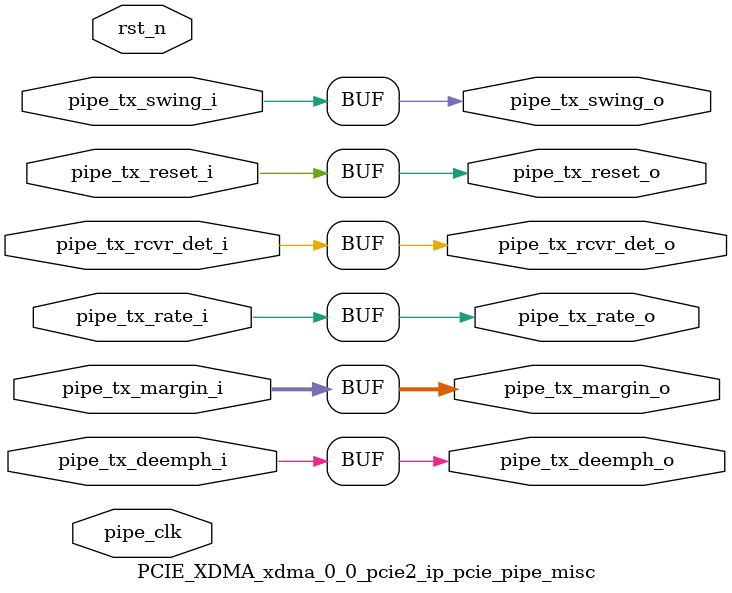
<source format=v>

`timescale 1ps/1ps

(* DowngradeIPIdentifiedWarnings = "yes" *)
module PCIE_XDMA_xdma_0_0_pcie2_ip_pcie_pipe_misc #
(
    parameter        PIPE_PIPELINE_STAGES = 0,    // 0 - 0 stages, 1 - 1 stage, 2 - 2 stages
    parameter TCQ  = 1 // synthesis warning solved: parameter declaration becomes local
)
(

    input   wire        pipe_tx_rcvr_det_i       ,     // PIPE Tx Receiver Detect
    input   wire        pipe_tx_reset_i          ,     // PIPE Tx Reset
    input   wire        pipe_tx_rate_i           ,     // PIPE Tx Rate
    input   wire        pipe_tx_deemph_i         ,     // PIPE Tx Deemphasis
    input   wire [2:0]  pipe_tx_margin_i         ,     // PIPE Tx Margin
    input   wire        pipe_tx_swing_i          ,     // PIPE Tx Swing

    output  wire        pipe_tx_rcvr_det_o       ,     // Pipelined PIPE Tx Receiver Detect
    output  wire        pipe_tx_reset_o          ,     // Pipelined PIPE Tx Reset
    output  wire        pipe_tx_rate_o           ,     // Pipelined PIPE Tx Rate
    output  wire        pipe_tx_deemph_o         ,     // Pipelined PIPE Tx Deemphasis
    output  wire [2:0]  pipe_tx_margin_o         ,     // Pipelined PIPE Tx Margin
    output  wire        pipe_tx_swing_o          ,     // Pipelined PIPE Tx Swing

    input   wire        pipe_clk                ,      // PIPE Clock
    input   wire        rst_n                          // Reset
);

//******************************************************************//
// Reality check.                                                   //
//******************************************************************//

//    parameter TCQ  = 1;      // clock to out delay model

    generate

    if (PIPE_PIPELINE_STAGES == 0) begin : pipe_stages_0

        assign pipe_tx_rcvr_det_o = pipe_tx_rcvr_det_i;
        assign pipe_tx_reset_o  = pipe_tx_reset_i;
        assign pipe_tx_rate_o = pipe_tx_rate_i;
        assign pipe_tx_deemph_o = pipe_tx_deemph_i;
        assign pipe_tx_margin_o = pipe_tx_margin_i;
        assign pipe_tx_swing_o = pipe_tx_swing_i;

    end // if (PIPE_PIPELINE_STAGES == 0)
    else if (PIPE_PIPELINE_STAGES == 1) begin : pipe_stages_1

    reg                pipe_tx_rcvr_det_q       ;
    reg                pipe_tx_reset_q          ;
    reg                pipe_tx_rate_q           ;
    reg                pipe_tx_deemph_q         ;
    reg [2:0]          pipe_tx_margin_q         ;
    reg                pipe_tx_swing_q          ;

        always @(posedge pipe_clk) begin

        if (rst_n)
        begin

            pipe_tx_rcvr_det_q <= #TCQ 0;
            pipe_tx_reset_q  <= #TCQ 1'b1;
            pipe_tx_rate_q <= #TCQ 0;
            pipe_tx_deemph_q <= #TCQ 1'b1;
            pipe_tx_margin_q <= #TCQ 0;
            pipe_tx_swing_q <= #TCQ 0;

        end
        else
        begin

            pipe_tx_rcvr_det_q <= #TCQ pipe_tx_rcvr_det_i;
            pipe_tx_reset_q  <= #TCQ pipe_tx_reset_i;
            pipe_tx_rate_q <= #TCQ pipe_tx_rate_i;
            pipe_tx_deemph_q <= #TCQ pipe_tx_deemph_i;
            pipe_tx_margin_q <= #TCQ pipe_tx_margin_i;
            pipe_tx_swing_q <= #TCQ pipe_tx_swing_i;

          end

        end

        assign pipe_tx_rcvr_det_o = pipe_tx_rcvr_det_q;
        assign pipe_tx_reset_o  = pipe_tx_reset_q;
        assign pipe_tx_rate_o = pipe_tx_rate_q;
        assign pipe_tx_deemph_o = pipe_tx_deemph_q;
        assign pipe_tx_margin_o = pipe_tx_margin_q;
        assign pipe_tx_swing_o = pipe_tx_swing_q;

    end // if (PIPE_PIPELINE_STAGES == 1)
    else if (PIPE_PIPELINE_STAGES == 2) begin : pipe_stages_2

    reg                pipe_tx_rcvr_det_q       ;
    reg                pipe_tx_reset_q          ;
    reg                pipe_tx_rate_q           ;
    reg                pipe_tx_deemph_q         ;
    reg [2:0]          pipe_tx_margin_q         ;
    reg                pipe_tx_swing_q          ;

    reg                pipe_tx_rcvr_det_qq      ;
    reg                pipe_tx_reset_qq         ;
    reg                pipe_tx_rate_qq          ;
    reg                pipe_tx_deemph_qq        ;
    reg [2:0]          pipe_tx_margin_qq        ;
    reg                pipe_tx_swing_qq         ;

        always @(posedge pipe_clk) begin

        if (rst_n)
        begin

            pipe_tx_rcvr_det_q <= #TCQ 0;
            pipe_tx_reset_q  <= #TCQ 1'b1;
            pipe_tx_rate_q <= #TCQ 0;
            pipe_tx_deemph_q <= #TCQ 1'b1;
            pipe_tx_margin_q <= #TCQ 0;
            pipe_tx_swing_q <= #TCQ 0;

            pipe_tx_rcvr_det_qq <= #TCQ 0;
            pipe_tx_reset_qq  <= #TCQ 1'b1;
            pipe_tx_rate_qq <= #TCQ 0;
            pipe_tx_deemph_qq <= #TCQ 1'b1;
            pipe_tx_margin_qq <= #TCQ 0;
            pipe_tx_swing_qq <= #TCQ 0;

        end
        else
        begin

            pipe_tx_rcvr_det_q <= #TCQ pipe_tx_rcvr_det_i;
            pipe_tx_reset_q  <= #TCQ pipe_tx_reset_i;
            pipe_tx_rate_q <= #TCQ pipe_tx_rate_i;
            pipe_tx_deemph_q <= #TCQ pipe_tx_deemph_i;
            pipe_tx_margin_q <= #TCQ pipe_tx_margin_i;
            pipe_tx_swing_q <= #TCQ pipe_tx_swing_i;

            pipe_tx_rcvr_det_qq <= #TCQ pipe_tx_rcvr_det_q;
            pipe_tx_reset_qq  <= #TCQ pipe_tx_reset_q;
            pipe_tx_rate_qq <= #TCQ pipe_tx_rate_q;
            pipe_tx_deemph_qq <= #TCQ pipe_tx_deemph_q;
            pipe_tx_margin_qq <= #TCQ pipe_tx_margin_q;
            pipe_tx_swing_qq <= #TCQ pipe_tx_swing_q;

          end

        end

        assign pipe_tx_rcvr_det_o = pipe_tx_rcvr_det_qq;
        assign pipe_tx_reset_o  = pipe_tx_reset_qq;
        assign pipe_tx_rate_o = pipe_tx_rate_qq;
        assign pipe_tx_deemph_o = pipe_tx_deemph_qq;
        assign pipe_tx_margin_o = pipe_tx_margin_qq;
        assign pipe_tx_swing_o = pipe_tx_swing_qq;

    end // if (PIPE_PIPELINE_STAGES == 2)

    endgenerate

endmodule


</source>
